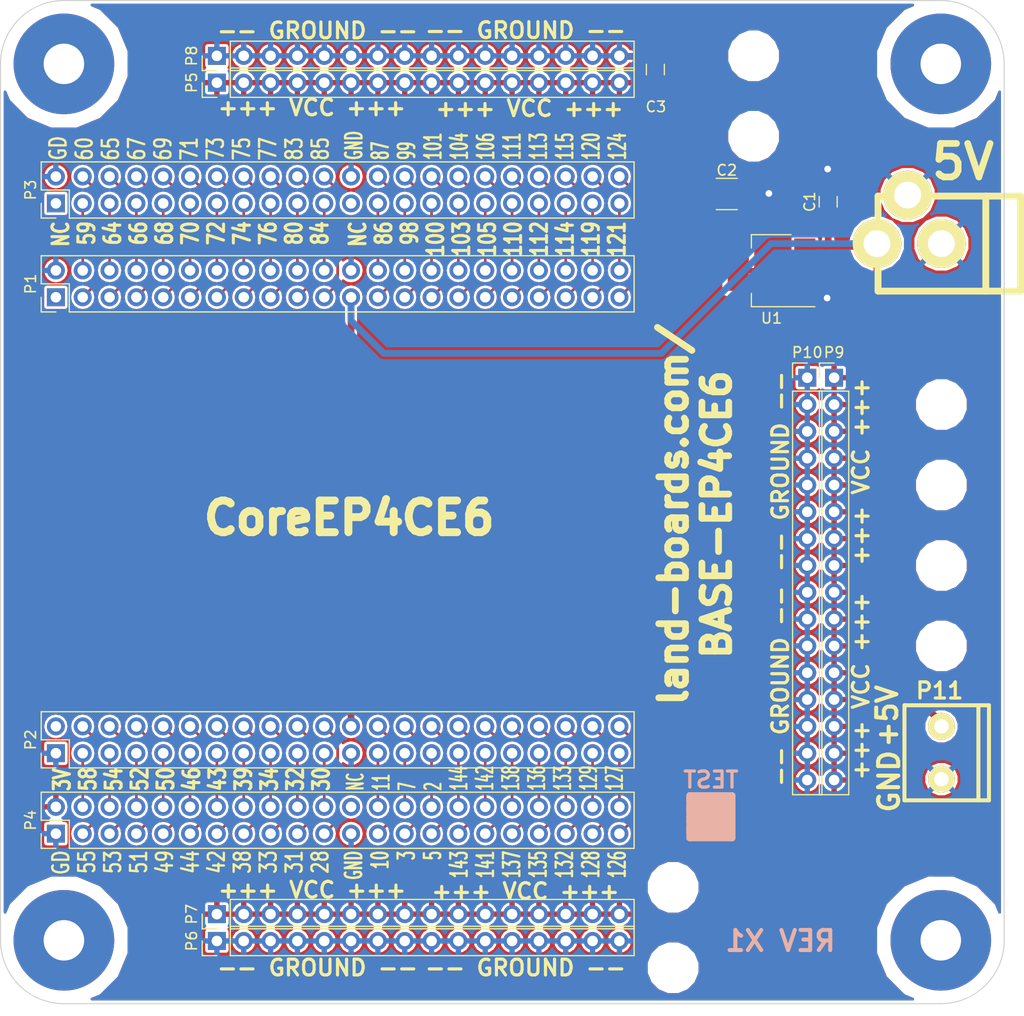
<source format=kicad_pcb>
(kicad_pcb (version 4) (host pcbnew 4.0.5)
  (title_block (title OptoIn8-I2C) (rev X1) (company land-boards.com))
  (layers (0 F.Cu signal) (31 B.Cu signal) (36 B.SilkS user) (37 F.SilkS user) (38 B.Mask user) (39 F.Mask user) (44 Edge.Cuts user))
  (net 0 "")
  (net 1 +5V)
  (net 2 GND)
  (net 3 +3V3)
  (net 4 /P59)
  (net 5 /P60)
  (net 6 /P64)
  (net 7 /P65)
  (net 8 /P66)
  (net 9 /P67)
  (net 10 /P68)
  (net 11 /P69)
  (net 12 /P70)
  (net 13 /P71)
  (net 14 /P72)
  (net 15 /P73)
  (net 16 /P74)
  (net 17 /P75)
  (net 18 /P76)
  (net 19 /P77)
  (net 20 /P80)
  (net 21 /P83)
  (net 22 /P84)
  (net 23 /P85)
  (net 24 /P86)
  (net 25 /P87)
  (net 26 /P98)
  (net 27 /P99)
  (net 28 /P100)
  (net 29 /P101)
  (net 30 /P103)
  (net 31 /P104)
  (net 32 /P105)
  (net 33 /P106)
  (net 34 /P110)
  (net 35 /P111)
  (net 36 /P112)
  (net 37 /P113)
  (net 38 /P114)
  (net 39 /P115)
  (net 40 /P119)
  (net 41 /P120)
  (net 42 /P121)
  (net 43 /P124)
  (net 44 /P55)
  (net 45 /P58)
  (net 46 /P53)
  (net 47 /P54)
  (net 48 /P51)
  (net 49 /P52)
  (net 50 /P49)
  (net 51 /P50)
  (net 52 /P44)
  (net 53 /P46)
  (net 54 /P42)
  (net 55 /P43)
  (net 56 /P38)
  (net 57 /P39)
  (net 58 /P33)
  (net 59 /P34)
  (net 60 /P31)
  (net 61 /P32)
  (net 62 /P28)
  (net 63 /P30)
  (net 64 /P10)
  (net 65 /P11)
  (net 66 /P3)
  (net 67 /P7)
  (net 68 /P5)
  (net 69 /P2)
  (net 70 /P143)
  (net 71 /P144)
  (net 72 /P141)
  (net 73 /P142)
  (net 74 /P137)
  (net 75 /P138)
  (net 76 /P135)
  (net 77 /P136)
  (net 78 /P132)
  (net 79 /P133)
  (net 80 /P128)
  (net 81 /P129)
  (net 82 /P126)
  (net 83 /P127)
  (module LandBoards_MountHoles:MTG-6-32 (layer F.Cu) (at 16 16)
    (fp_text reference MTG1 hide)
    (fp_text value MTG_HOLE hide)
    (pad 1 thru_hole circle (at 0 0) (size 9.525 9.525) (drill 3.8354) (layers *.Cu *.Mask) (clearance 1.27))
  )
  (module LandBoards_MountHoles:MTG-6-32 (layer F.Cu) (at 99 16)
    (fp_text reference MTG2 hide)
    (fp_text value MTG_HOLE hide)
    (pad 1 thru_hole circle (at 0 0) (size 9.525 9.525) (drill 3.8354) (layers *.Cu *.Mask) (clearance 1.27))
  )
  (module LandBoards_MountHoles:MTG-6-32 (layer F.Cu) (at 16 99)
    (fp_text reference MTG3 hide)
    (fp_text value MTG_HOLE hide)
    (pad 1 thru_hole circle (at 0 0) (size 9.525 9.525) (drill 3.8354) (layers *.Cu *.Mask) (clearance 1.27))
  )
  (module LandBoards_MountHoles:MTG-6-32 (layer F.Cu) (at 99 99)
    (fp_text reference MTG?1 hide)
    (fp_text value MTG_HOLE hide)
    (pad 1 thru_hole circle (at 0 0) (size 9.525 9.525) (drill 3.8354) (layers *.Cu *.Mask) (clearance 1.27))
  )
  (module Pin_Headers:Pin_Header_Straight_1x16_Pitch2.54mm (layer F.Cu) (at 30.48 17.78 90)
    (fp_text reference P5 (at 0 -2.39 90) (layer F.SilkS))
    (fp_text value CONN_01X16 hide)
    (pad 1 thru_hole rect (at 0 0 90) (size 1.7 1.7) (drill 1) (layers *.Cu *.Mask) (net 3 +3V3))
    (pad 2 thru_hole oval (at 0 2.54 90) (size 1.7 1.7) (drill 1) (layers *.Cu *.Mask) (net 3 +3V3))
    (pad 3 thru_hole oval (at 0 5.08 90) (size 1.7 1.7) (drill 1) (layers *.Cu *.Mask) (net 3 +3V3))
    (pad 4 thru_hole oval (at 0 7.62 90) (size 1.7 1.7) (drill 1) (layers *.Cu *.Mask) (net 3 +3V3))
    (pad 5 thru_hole oval (at 0 10.16 90) (size 1.7 1.7) (drill 1) (layers *.Cu *.Mask) (net 3 +3V3))
    (pad 6 thru_hole oval (at 0 12.7 90) (size 1.7 1.7) (drill 1) (layers *.Cu *.Mask) (net 3 +3V3))
    (pad 7 thru_hole oval (at 0 15.24 90) (size 1.7 1.7) (drill 1) (layers *.Cu *.Mask) (net 3 +3V3))
    (pad 8 thru_hole oval (at 0 17.78 90) (size 1.7 1.7) (drill 1) (layers *.Cu *.Mask) (net 3 +3V3))
    (pad 9 thru_hole oval (at 0 20.32 90) (size 1.7 1.7) (drill 1) (layers *.Cu *.Mask) (net 3 +3V3))
    (pad 10 thru_hole oval (at 0 22.86 90) (size 1.7 1.7) (drill 1) (layers *.Cu *.Mask) (net 3 +3V3))
    (pad 11 thru_hole oval (at 0 25.4 90) (size 1.7 1.7) (drill 1) (layers *.Cu *.Mask) (net 3 +3V3))
    (pad 12 thru_hole oval (at 0 27.94 90) (size 1.7 1.7) (drill 1) (layers *.Cu *.Mask) (net 3 +3V3))
    (pad 13 thru_hole oval (at 0 30.48 90) (size 1.7 1.7) (drill 1) (layers *.Cu *.Mask) (net 3 +3V3))
    (pad 14 thru_hole oval (at 0 33.02 90) (size 1.7 1.7) (drill 1) (layers *.Cu *.Mask) (net 3 +3V3))
    (pad 15 thru_hole oval (at 0 35.56 90) (size 1.7 1.7) (drill 1) (layers *.Cu *.Mask) (net 3 +3V3))
    (pad 16 thru_hole oval (at 0 38.1 90) (size 1.7 1.7) (drill 1) (layers *.Cu *.Mask) (net 3 +3V3))
  )
  (module Pin_Headers:Pin_Header_Straight_1x16_Pitch2.54mm (layer F.Cu) (at 30.48 99.06 90)
    (fp_text reference P6 (at 0 -2.39 90) (layer F.SilkS))
    (fp_text value CONN_01X16 hide)
    (pad 1 thru_hole rect (at 0 0 90) (size 1.7 1.7) (drill 1) (layers *.Cu *.Mask) (net 2 GND))
    (pad 2 thru_hole oval (at 0 2.54 90) (size 1.7 1.7) (drill 1) (layers *.Cu *.Mask) (net 2 GND))
    (pad 3 thru_hole oval (at 0 5.08 90) (size 1.7 1.7) (drill 1) (layers *.Cu *.Mask) (net 2 GND))
    (pad 4 thru_hole oval (at 0 7.62 90) (size 1.7 1.7) (drill 1) (layers *.Cu *.Mask) (net 2 GND))
    (pad 5 thru_hole oval (at 0 10.16 90) (size 1.7 1.7) (drill 1) (layers *.Cu *.Mask) (net 2 GND))
    (pad 6 thru_hole oval (at 0 12.7 90) (size 1.7 1.7) (drill 1) (layers *.Cu *.Mask) (net 2 GND))
    (pad 7 thru_hole oval (at 0 15.24 90) (size 1.7 1.7) (drill 1) (layers *.Cu *.Mask) (net 2 GND))
    (pad 8 thru_hole oval (at 0 17.78 90) (size 1.7 1.7) (drill 1) (layers *.Cu *.Mask) (net 2 GND))
    (pad 9 thru_hole oval (at 0 20.32 90) (size 1.7 1.7) (drill 1) (layers *.Cu *.Mask) (net 2 GND))
    (pad 10 thru_hole oval (at 0 22.86 90) (size 1.7 1.7) (drill 1) (layers *.Cu *.Mask) (net 2 GND))
    (pad 11 thru_hole oval (at 0 25.4 90) (size 1.7 1.7) (drill 1) (layers *.Cu *.Mask) (net 2 GND))
    (pad 12 thru_hole oval (at 0 27.94 90) (size 1.7 1.7) (drill 1) (layers *.Cu *.Mask) (net 2 GND))
    (pad 13 thru_hole oval (at 0 30.48 90) (size 1.7 1.7) (drill 1) (layers *.Cu *.Mask) (net 2 GND))
    (pad 14 thru_hole oval (at 0 33.02 90) (size 1.7 1.7) (drill 1) (layers *.Cu *.Mask) (net 2 GND))
    (pad 15 thru_hole oval (at 0 35.56 90) (size 1.7 1.7) (drill 1) (layers *.Cu *.Mask) (net 2 GND))
    (pad 16 thru_hole oval (at 0 38.1 90) (size 1.7 1.7) (drill 1) (layers *.Cu *.Mask) (net 2 GND))
  )
  (module Pin_Headers:Pin_Header_Straight_1x16_Pitch2.54mm (layer F.Cu) (at 30.48 96.52 90)
    (fp_text reference P7 (at 0 -2.39 90) (layer F.SilkS))
    (fp_text value CONN_01X16 hide)
    (pad 1 thru_hole rect (at 0 0 90) (size 1.7 1.7) (drill 1) (layers *.Cu *.Mask) (net 3 +3V3))
    (pad 2 thru_hole oval (at 0 2.54 90) (size 1.7 1.7) (drill 1) (layers *.Cu *.Mask) (net 3 +3V3))
    (pad 3 thru_hole oval (at 0 5.08 90) (size 1.7 1.7) (drill 1) (layers *.Cu *.Mask) (net 3 +3V3))
    (pad 4 thru_hole oval (at 0 7.62 90) (size 1.7 1.7) (drill 1) (layers *.Cu *.Mask) (net 3 +3V3))
    (pad 5 thru_hole oval (at 0 10.16 90) (size 1.7 1.7) (drill 1) (layers *.Cu *.Mask) (net 3 +3V3))
    (pad 6 thru_hole oval (at 0 12.7 90) (size 1.7 1.7) (drill 1) (layers *.Cu *.Mask) (net 3 +3V3))
    (pad 7 thru_hole oval (at 0 15.24 90) (size 1.7 1.7) (drill 1) (layers *.Cu *.Mask) (net 3 +3V3))
    (pad 8 thru_hole oval (at 0 17.78 90) (size 1.7 1.7) (drill 1) (layers *.Cu *.Mask) (net 3 +3V3))
    (pad 9 thru_hole oval (at 0 20.32 90) (size 1.7 1.7) (drill 1) (layers *.Cu *.Mask) (net 3 +3V3))
    (pad 10 thru_hole oval (at 0 22.86 90) (size 1.7 1.7) (drill 1) (layers *.Cu *.Mask) (net 3 +3V3))
    (pad 11 thru_hole oval (at 0 25.4 90) (size 1.7 1.7) (drill 1) (layers *.Cu *.Mask) (net 3 +3V3))
    (pad 12 thru_hole oval (at 0 27.94 90) (size 1.7 1.7) (drill 1) (layers *.Cu *.Mask) (net 3 +3V3))
    (pad 13 thru_hole oval (at 0 30.48 90) (size 1.7 1.7) (drill 1) (layers *.Cu *.Mask) (net 3 +3V3))
    (pad 14 thru_hole oval (at 0 33.02 90) (size 1.7 1.7) (drill 1) (layers *.Cu *.Mask) (net 3 +3V3))
    (pad 15 thru_hole oval (at 0 35.56 90) (size 1.7 1.7) (drill 1) (layers *.Cu *.Mask) (net 3 +3V3))
    (pad 16 thru_hole oval (at 0 38.1 90) (size 1.7 1.7) (drill 1) (layers *.Cu *.Mask) (net 3 +3V3))
  )
  (module Mounting_Holes:MountingHole_4.3mm_M4 (layer F.Cu) (at 99.06 48.26)
    (fp_text reference MTG6 hide)
    (fp_text value MTG_HOLE hide)
    (pad 1 np_thru_hole circle (at 0 0) (size 4.3 4.3) (drill 4.3) (layers *.Cu *.Mask))
  )
  (module Mounting_Holes:MountingHole_4.3mm_M4 (layer F.Cu) (at 99.06 63.5)
    (fp_text reference MTG7 hide)
    (fp_text value MTG_HOLE hide)
    (pad 1 np_thru_hole circle (at 0 0) (size 4.3 4.3) (drill 4.3) (layers *.Cu *.Mask))
  )
  (module Mounting_Holes:MountingHole_4.3mm_M4 (layer F.Cu) (at 81.28 15.24)
    (fp_text reference MTG9 hide)
    (fp_text value MTG_HOLE hide)
    (pad 1 np_thru_hole circle (at 0 0) (size 4.3 4.3) (drill 4.3) (layers *.Cu *.Mask))
  )
  (module Mounting_Holes:MountingHole_4.3mm_M4 (layer F.Cu) (at 81.28 22.86)
    (fp_text reference MTG10 hide)
    (fp_text value MTG_HOLE hide)
    (pad 1 np_thru_hole circle (at 0 0) (size 4.3 4.3) (drill 4.3) (layers *.Cu *.Mask))
  )
  (module LandBoards_Conns:DCJ-NEW (layer F.Cu) (at 99.06 33.02 180)
    (fp_text reference J1 hide)
    (fp_text value DCJ0202 hide)
    (pad 2 thru_hole circle (at 0 0 180) (size 4.6 4.6) (drill 2.54) (layers *.Cu *.Mask F.SilkS) (net 2 GND))
    (pad 1 thru_hole circle (at 6.1 0 180) (size 4.6 4.6) (drill 2.54) (layers *.Cu *.Mask F.SilkS) (net 1 +5V))
    (pad 3 thru_hole circle (at 3.2 4.6 180) (size 4.6 4.6) (drill 2.54) (layers *.Cu *.Mask F.SilkS) (net 2 GND))
  )
  (module Mounting_Holes:MountingHole_4.3mm_M4 (layer F.Cu) (at 99.06 71.12)
    (fp_text reference MTG12 hide)
    (fp_text value MTG_HOLE hide)
    (pad 1 np_thru_hole circle (at 0 0) (size 4.3 4.3) (drill 4.3) (layers *.Cu *.Mask))
  )
  (module Mounting_Holes:MountingHole_4.3mm_M4 (layer F.Cu) (at 73.66 93.98)
    (fp_text reference MTG13 hide)
    (fp_text value MTG_HOLE hide)
    (pad 1 np_thru_hole circle (at 0 0) (size 4.3 4.3) (drill 4.3) (layers *.Cu *.Mask))
  )
  (module Mounting_Holes:MountingHole_4.3mm_M4 (layer F.Cu) (at 99.06 55.88)
    (fp_text reference MTG14 hide)
    (fp_text value MTG_HOLE hide)
    (pad 1 np_thru_hole circle (at 0 0) (size 4.3 4.3) (drill 4.3) (layers *.Cu *.Mask))
  )
  (module Mounting_Holes:MountingHole_4.3mm_M4 (layer F.Cu) (at 73.66 101.6)
    (fp_text reference MTG15 hide)
    (fp_text value MTG_HOLE hide)
    (pad 1 np_thru_hole circle (at 0 0) (size 4.3 4.3) (drill 4.3) (layers *.Cu *.Mask))
  )
  (module Pin_Headers:Pin_Header_Straight_2x22_Pitch2.54mm (layer F.Cu) (at 15.24 38.1 90)
    (fp_text reference P1 (at 1.27 -2.39 90) (layer F.SilkS))
    (fp_text value CONN_02X22 hide)
    (pad 1 thru_hole rect (at 0 0 90) (size 1.7 1.7) (drill 1) (layers *.Cu *.Mask))
    (pad 2 thru_hole oval (at 2.54 0 90) (size 1.7 1.7) (drill 1) (layers *.Cu *.Mask) (net 2 GND))
    (pad 3 thru_hole oval (at 0 2.54 90) (size 1.7 1.7) (drill 1) (layers *.Cu *.Mask) (net 5 /P60))
    (pad 4 thru_hole oval (at 2.54 2.54 90) (size 1.7 1.7) (drill 1) (layers *.Cu *.Mask) (net 4 /P59))
    (pad 5 thru_hole oval (at 0 5.08 90) (size 1.7 1.7) (drill 1) (layers *.Cu *.Mask) (net 7 /P65))
    (pad 6 thru_hole oval (at 2.54 5.08 90) (size 1.7 1.7) (drill 1) (layers *.Cu *.Mask) (net 6 /P64))
    (pad 7 thru_hole oval (at 0 7.62 90) (size 1.7 1.7) (drill 1) (layers *.Cu *.Mask) (net 9 /P67))
    (pad 8 thru_hole oval (at 2.54 7.62 90) (size 1.7 1.7) (drill 1) (layers *.Cu *.Mask) (net 8 /P66))
    (pad 9 thru_hole oval (at 0 10.16 90) (size 1.7 1.7) (drill 1) (layers *.Cu *.Mask) (net 11 /P69))
    (pad 10 thru_hole oval (at 2.54 10.16 90) (size 1.7 1.7) (drill 1) (layers *.Cu *.Mask) (net 10 /P68))
    (pad 11 thru_hole oval (at 0 12.7 90) (size 1.7 1.7) (drill 1) (layers *.Cu *.Mask) (net 13 /P71))
    (pad 12 thru_hole oval (at 2.54 12.7 90) (size 1.7 1.7) (drill 1) (layers *.Cu *.Mask) (net 12 /P70))
    (pad 13 thru_hole oval (at 0 15.24 90) (size 1.7 1.7) (drill 1) (layers *.Cu *.Mask) (net 15 /P73))
    (pad 14 thru_hole oval (at 2.54 15.24 90) (size 1.7 1.7) (drill 1) (layers *.Cu *.Mask) (net 14 /P72))
    (pad 15 thru_hole oval (at 0 17.78 90) (size 1.7 1.7) (drill 1) (layers *.Cu *.Mask) (net 17 /P75))
    (pad 16 thru_hole oval (at 2.54 17.78 90) (size 1.7 1.7) (drill 1) (layers *.Cu *.Mask) (net 16 /P74))
    (pad 17 thru_hole oval (at 0 20.32 90) (size 1.7 1.7) (drill 1) (layers *.Cu *.Mask) (net 19 /P77))
    (pad 18 thru_hole oval (at 2.54 20.32 90) (size 1.7 1.7) (drill 1) (layers *.Cu *.Mask) (net 18 /P76))
    (pad 19 thru_hole oval (at 0 22.86 90) (size 1.7 1.7) (drill 1) (layers *.Cu *.Mask) (net 21 /P83))
    (pad 20 thru_hole oval (at 2.54 22.86 90) (size 1.7 1.7) (drill 1) (layers *.Cu *.Mask) (net 20 /P80))
    (pad 21 thru_hole oval (at 0 25.4 90) (size 1.7 1.7) (drill 1) (layers *.Cu *.Mask) (net 23 /P85))
    (pad 22 thru_hole oval (at 2.54 25.4 90) (size 1.7 1.7) (drill 1) (layers *.Cu *.Mask) (net 22 /P84))
    (pad 23 thru_hole oval (at 0 27.94 90) (size 1.7 1.7) (drill 1) (layers *.Cu *.Mask) (net 1 +5V))
    (pad 24 thru_hole oval (at 2.54 27.94 90) (size 1.7 1.7) (drill 1) (layers *.Cu *.Mask) (net 2 GND))
    (pad 25 thru_hole oval (at 0 30.48 90) (size 1.7 1.7) (drill 1) (layers *.Cu *.Mask) (net 25 /P87))
    (pad 26 thru_hole oval (at 2.54 30.48 90) (size 1.7 1.7) (drill 1) (layers *.Cu *.Mask) (net 24 /P86))
    (pad 27 thru_hole oval (at 0 33.02 90) (size 1.7 1.7) (drill 1) (layers *.Cu *.Mask) (net 27 /P99))
    (pad 28 thru_hole oval (at 2.54 33.02 90) (size 1.7 1.7) (drill 1) (layers *.Cu *.Mask) (net 26 /P98))
    (pad 29 thru_hole oval (at 0 35.56 90) (size 1.7 1.7) (drill 1) (layers *.Cu *.Mask) (net 29 /P101))
    (pad 30 thru_hole oval (at 2.54 35.56 90) (size 1.7 1.7) (drill 1) (layers *.Cu *.Mask) (net 28 /P100))
    (pad 31 thru_hole oval (at 0 38.1 90) (size 1.7 1.7) (drill 1) (layers *.Cu *.Mask) (net 31 /P104))
    (pad 32 thru_hole oval (at 2.54 38.1 90) (size 1.7 1.7) (drill 1) (layers *.Cu *.Mask) (net 30 /P103))
    (pad 33 thru_hole oval (at 0 40.64 90) (size 1.7 1.7) (drill 1) (layers *.Cu *.Mask) (net 33 /P106))
    (pad 34 thru_hole oval (at 2.54 40.64 90) (size 1.7 1.7) (drill 1) (layers *.Cu *.Mask) (net 32 /P105))
    (pad 35 thru_hole oval (at 0 43.18 90) (size 1.7 1.7) (drill 1) (layers *.Cu *.Mask) (net 35 /P111))
    (pad 36 thru_hole oval (at 2.54 43.18 90) (size 1.7 1.7) (drill 1) (layers *.Cu *.Mask) (net 34 /P110))
    (pad 37 thru_hole oval (at 0 45.72 90) (size 1.7 1.7) (drill 1) (layers *.Cu *.Mask) (net 37 /P113))
    (pad 38 thru_hole oval (at 2.54 45.72 90) (size 1.7 1.7) (drill 1) (layers *.Cu *.Mask) (net 36 /P112))
    (pad 39 thru_hole oval (at 0 48.26 90) (size 1.7 1.7) (drill 1) (layers *.Cu *.Mask) (net 39 /P115))
    (pad 40 thru_hole oval (at 2.54 48.26 90) (size 1.7 1.7) (drill 1) (layers *.Cu *.Mask) (net 38 /P114))
    (pad 41 thru_hole oval (at 0 50.8 90) (size 1.7 1.7) (drill 1) (layers *.Cu *.Mask) (net 41 /P120))
    (pad 42 thru_hole oval (at 2.54 50.8 90) (size 1.7 1.7) (drill 1) (layers *.Cu *.Mask) (net 40 /P119))
    (pad 43 thru_hole oval (at 0 53.34 90) (size 1.7 1.7) (drill 1) (layers *.Cu *.Mask) (net 43 /P124))
    (pad 44 thru_hole oval (at 2.54 53.34 90) (size 1.7 1.7) (drill 1) (layers *.Cu *.Mask) (net 42 /P121))
  )
  (module Pin_Headers:Pin_Header_Straight_1x16_Pitch2.54mm (layer F.Cu) (at 88.9 45.72)
    (fp_text reference P9 (at 0 -2.39) (layer F.SilkS))
    (fp_text value CONN_01X16 hide)
    (pad 1 thru_hole rect (at 0 0) (size 1.7 1.7) (drill 1) (layers *.Cu *.Mask) (net 3 +3V3))
    (pad 2 thru_hole oval (at 0 2.54) (size 1.7 1.7) (drill 1) (layers *.Cu *.Mask) (net 3 +3V3))
    (pad 3 thru_hole oval (at 0 5.08) (size 1.7 1.7) (drill 1) (layers *.Cu *.Mask) (net 3 +3V3))
    (pad 4 thru_hole oval (at 0 7.62) (size 1.7 1.7) (drill 1) (layers *.Cu *.Mask) (net 3 +3V3))
    (pad 5 thru_hole oval (at 0 10.16) (size 1.7 1.7) (drill 1) (layers *.Cu *.Mask) (net 3 +3V3))
    (pad 6 thru_hole oval (at 0 12.7) (size 1.7 1.7) (drill 1) (layers *.Cu *.Mask) (net 3 +3V3))
    (pad 7 thru_hole oval (at 0 15.24) (size 1.7 1.7) (drill 1) (layers *.Cu *.Mask) (net 3 +3V3))
    (pad 8 thru_hole oval (at 0 17.78) (size 1.7 1.7) (drill 1) (layers *.Cu *.Mask) (net 3 +3V3))
    (pad 9 thru_hole oval (at 0 20.32) (size 1.7 1.7) (drill 1) (layers *.Cu *.Mask) (net 3 +3V3))
    (pad 10 thru_hole oval (at 0 22.86) (size 1.7 1.7) (drill 1) (layers *.Cu *.Mask) (net 3 +3V3))
    (pad 11 thru_hole oval (at 0 25.4) (size 1.7 1.7) (drill 1) (layers *.Cu *.Mask) (net 3 +3V3))
    (pad 12 thru_hole oval (at 0 27.94) (size 1.7 1.7) (drill 1) (layers *.Cu *.Mask) (net 3 +3V3))
    (pad 13 thru_hole oval (at 0 30.48) (size 1.7 1.7) (drill 1) (layers *.Cu *.Mask) (net 3 +3V3))
    (pad 14 thru_hole oval (at 0 33.02) (size 1.7 1.7) (drill 1) (layers *.Cu *.Mask) (net 3 +3V3))
    (pad 15 thru_hole oval (at 0 35.56) (size 1.7 1.7) (drill 1) (layers *.Cu *.Mask) (net 3 +3V3))
    (pad 16 thru_hole oval (at 0 38.1) (size 1.7 1.7) (drill 1) (layers *.Cu *.Mask) (net 3 +3V3))
  )
  (module Pin_Headers:Pin_Header_Straight_1x16_Pitch2.54mm (layer F.Cu) (at 86.36 45.72)
    (fp_text reference P10 (at 0 -2.39) (layer F.SilkS))
    (fp_text value CONN_01X16 hide)
    (pad 1 thru_hole rect (at 0 0) (size 1.7 1.7) (drill 1) (layers *.Cu *.Mask) (net 2 GND))
    (pad 2 thru_hole oval (at 0 2.54) (size 1.7 1.7) (drill 1) (layers *.Cu *.Mask) (net 2 GND))
    (pad 3 thru_hole oval (at 0 5.08) (size 1.7 1.7) (drill 1) (layers *.Cu *.Mask) (net 2 GND))
    (pad 4 thru_hole oval (at 0 7.62) (size 1.7 1.7) (drill 1) (layers *.Cu *.Mask) (net 2 GND))
    (pad 5 thru_hole oval (at 0 10.16) (size 1.7 1.7) (drill 1) (layers *.Cu *.Mask) (net 2 GND))
    (pad 6 thru_hole oval (at 0 12.7) (size 1.7 1.7) (drill 1) (layers *.Cu *.Mask) (net 2 GND))
    (pad 7 thru_hole oval (at 0 15.24) (size 1.7 1.7) (drill 1) (layers *.Cu *.Mask) (net 2 GND))
    (pad 8 thru_hole oval (at 0 17.78) (size 1.7 1.7) (drill 1) (layers *.Cu *.Mask) (net 2 GND))
    (pad 9 thru_hole oval (at 0 20.32) (size 1.7 1.7) (drill 1) (layers *.Cu *.Mask) (net 2 GND))
    (pad 10 thru_hole oval (at 0 22.86) (size 1.7 1.7) (drill 1) (layers *.Cu *.Mask) (net 2 GND))
    (pad 11 thru_hole oval (at 0 25.4) (size 1.7 1.7) (drill 1) (layers *.Cu *.Mask) (net 2 GND))
    (pad 12 thru_hole oval (at 0 27.94) (size 1.7 1.7) (drill 1) (layers *.Cu *.Mask) (net 2 GND))
    (pad 13 thru_hole oval (at 0 30.48) (size 1.7 1.7) (drill 1) (layers *.Cu *.Mask) (net 2 GND))
    (pad 14 thru_hole oval (at 0 33.02) (size 1.7 1.7) (drill 1) (layers *.Cu *.Mask) (net 2 GND))
    (pad 15 thru_hole oval (at 0 35.56) (size 1.7 1.7) (drill 1) (layers *.Cu *.Mask) (net 2 GND))
    (pad 16 thru_hole oval (at 0 38.1) (size 1.7 1.7) (drill 1) (layers *.Cu *.Mask) (net 2 GND))
  )
  (module LandBoards_Conns:TB2-5MM (layer F.Cu) (at 99.06 78.74 270)
    (fp_text reference P11 (at -3.3782 0.1778 360) (layer F.SilkS) (effects (font (thickness 0.3048))))
    (fp_text value CONN_01X02 hide)
    (pad 1 thru_hole circle (at 0 0 270) (size 2.54 2.54) (drill 1.3589) (layers *.Cu *.Mask F.SilkS) (net 1 +5V))
    (pad 2 thru_hole circle (at 5 0 270) (size 2.54 2.54) (drill 1.3589) (layers *.Cu *.Mask F.SilkS) (net 2 GND))
  )
  (module Pin_Headers:Pin_Header_Straight_2x22_Pitch2.54mm (layer F.Cu) (at 15.24 81.28 90)
    (fp_text reference P2 (at 1.27 -2.39 90) (layer F.SilkS))
    (fp_text value CONN_02X22 hide)
    (pad 1 thru_hole rect (at 0 0 90) (size 1.7 1.7) (drill 1) (layers *.Cu *.Mask) (net 2 GND))
    (pad 2 thru_hole oval (at 2.54 0 90) (size 1.7 1.7) (drill 1) (layers *.Cu *.Mask))
    (pad 3 thru_hole oval (at 0 2.54 90) (size 1.7 1.7) (drill 1) (layers *.Cu *.Mask) (net 45 /P58))
    (pad 4 thru_hole oval (at 2.54 2.54 90) (size 1.7 1.7) (drill 1) (layers *.Cu *.Mask) (net 44 /P55))
    (pad 5 thru_hole oval (at 0 5.08 90) (size 1.7 1.7) (drill 1) (layers *.Cu *.Mask) (net 47 /P54))
    (pad 6 thru_hole oval (at 2.54 5.08 90) (size 1.7 1.7) (drill 1) (layers *.Cu *.Mask) (net 46 /P53))
    (pad 7 thru_hole oval (at 0 7.62 90) (size 1.7 1.7) (drill 1) (layers *.Cu *.Mask) (net 49 /P52))
    (pad 8 thru_hole oval (at 2.54 7.62 90) (size 1.7 1.7) (drill 1) (layers *.Cu *.Mask) (net 48 /P51))
    (pad 9 thru_hole oval (at 0 10.16 90) (size 1.7 1.7) (drill 1) (layers *.Cu *.Mask) (net 51 /P50))
    (pad 10 thru_hole oval (at 2.54 10.16 90) (size 1.7 1.7) (drill 1) (layers *.Cu *.Mask) (net 50 /P49))
    (pad 11 thru_hole oval (at 0 12.7 90) (size 1.7 1.7) (drill 1) (layers *.Cu *.Mask) (net 53 /P46))
    (pad 12 thru_hole oval (at 2.54 12.7 90) (size 1.7 1.7) (drill 1) (layers *.Cu *.Mask) (net 52 /P44))
    (pad 13 thru_hole oval (at 0 15.24 90) (size 1.7 1.7) (drill 1) (layers *.Cu *.Mask) (net 55 /P43))
    (pad 14 thru_hole oval (at 2.54 15.24 90) (size 1.7 1.7) (drill 1) (layers *.Cu *.Mask) (net 54 /P42))
    (pad 15 thru_hole oval (at 0 17.78 90) (size 1.7 1.7) (drill 1) (layers *.Cu *.Mask) (net 57 /P39))
    (pad 16 thru_hole oval (at 2.54 17.78 90) (size 1.7 1.7) (drill 1) (layers *.Cu *.Mask) (net 56 /P38))
    (pad 17 thru_hole oval (at 0 20.32 90) (size 1.7 1.7) (drill 1) (layers *.Cu *.Mask) (net 59 /P34))
    (pad 18 thru_hole oval (at 2.54 20.32 90) (size 1.7 1.7) (drill 1) (layers *.Cu *.Mask) (net 58 /P33))
    (pad 19 thru_hole oval (at 0 22.86 90) (size 1.7 1.7) (drill 1) (layers *.Cu *.Mask) (net 61 /P32))
    (pad 20 thru_hole oval (at 2.54 22.86 90) (size 1.7 1.7) (drill 1) (layers *.Cu *.Mask) (net 60 /P31))
    (pad 21 thru_hole oval (at 0 25.4 90) (size 1.7 1.7) (drill 1) (layers *.Cu *.Mask) (net 63 /P30))
    (pad 22 thru_hole oval (at 2.54 25.4 90) (size 1.7 1.7) (drill 1) (layers *.Cu *.Mask) (net 62 /P28))
    (pad 23 thru_hole oval (at 0 27.94 90) (size 1.7 1.7) (drill 1) (layers *.Cu *.Mask) (net 2 GND))
    (pad 24 thru_hole oval (at 2.54 27.94 90) (size 1.7 1.7) (drill 1) (layers *.Cu *.Mask) (net 1 +5V))
    (pad 25 thru_hole oval (at 0 30.48 90) (size 1.7 1.7) (drill 1) (layers *.Cu *.Mask) (net 65 /P11))
    (pad 26 thru_hole oval (at 2.54 30.48 90) (size 1.7 1.7) (drill 1) (layers *.Cu *.Mask) (net 64 /P10))
    (pad 27 thru_hole oval (at 0 33.02 90) (size 1.7 1.7) (drill 1) (layers *.Cu *.Mask) (net 67 /P7))
    (pad 28 thru_hole oval (at 2.54 33.02 90) (size 1.7 1.7) (drill 1) (layers *.Cu *.Mask) (net 66 /P3))
    (pad 29 thru_hole oval (at 0 35.56 90) (size 1.7 1.7) (drill 1) (layers *.Cu *.Mask) (net 69 /P2))
    (pad 30 thru_hole oval (at 2.54 35.56 90) (size 1.7 1.7) (drill 1) (layers *.Cu *.Mask) (net 68 /P5))
    (pad 31 thru_hole oval (at 0 38.1 90) (size 1.7 1.7) (drill 1) (layers *.Cu *.Mask) (net 71 /P144))
    (pad 32 thru_hole oval (at 2.54 38.1 90) (size 1.7 1.7) (drill 1) (layers *.Cu *.Mask) (net 70 /P143))
    (pad 33 thru_hole oval (at 0 40.64 90) (size 1.7 1.7) (drill 1) (layers *.Cu *.Mask) (net 73 /P142))
    (pad 34 thru_hole oval (at 2.54 40.64 90) (size 1.7 1.7) (drill 1) (layers *.Cu *.Mask) (net 72 /P141))
    (pad 35 thru_hole oval (at 0 43.18 90) (size 1.7 1.7) (drill 1) (layers *.Cu *.Mask) (net 75 /P138))
    (pad 36 thru_hole oval (at 2.54 43.18 90) (size 1.7 1.7) (drill 1) (layers *.Cu *.Mask) (net 74 /P137))
    (pad 37 thru_hole oval (at 0 45.72 90) (size 1.7 1.7) (drill 1) (layers *.Cu *.Mask) (net 77 /P136))
    (pad 38 thru_hole oval (at 2.54 45.72 90) (size 1.7 1.7) (drill 1) (layers *.Cu *.Mask) (net 76 /P135))
    (pad 39 thru_hole oval (at 0 48.26 90) (size 1.7 1.7) (drill 1) (layers *.Cu *.Mask) (net 79 /P133))
    (pad 40 thru_hole oval (at 2.54 48.26 90) (size 1.7 1.7) (drill 1) (layers *.Cu *.Mask) (net 78 /P132))
    (pad 41 thru_hole oval (at 0 50.8 90) (size 1.7 1.7) (drill 1) (layers *.Cu *.Mask) (net 81 /P129))
    (pad 42 thru_hole oval (at 2.54 50.8 90) (size 1.7 1.7) (drill 1) (layers *.Cu *.Mask) (net 80 /P128))
    (pad 43 thru_hole oval (at 0 53.34 90) (size 1.7 1.7) (drill 1) (layers *.Cu *.Mask) (net 83 /P127))
    (pad 44 thru_hole oval (at 2.54 53.34 90) (size 1.7 1.7) (drill 1) (layers *.Cu *.Mask) (net 82 /P126))
  )
  (module Pin_Headers:Pin_Header_Straight_2x22_Pitch2.54mm (layer F.Cu) (at 15.24 29.21 90)
    (fp_text reference P3 (at 1.27 -2.39 90) (layer F.SilkS))
    (fp_text value CONN_02X22 hide)
    (pad 1 thru_hole rect (at 0 0 90) (size 1.7 1.7) (drill 1) (layers *.Cu *.Mask))
    (pad 2 thru_hole oval (at 2.54 0 90) (size 1.7 1.7) (drill 1) (layers *.Cu *.Mask) (net 2 GND))
    (pad 3 thru_hole oval (at 0 2.54 90) (size 1.7 1.7) (drill 1) (layers *.Cu *.Mask) (net 4 /P59))
    (pad 4 thru_hole oval (at 2.54 2.54 90) (size 1.7 1.7) (drill 1) (layers *.Cu *.Mask) (net 5 /P60))
    (pad 5 thru_hole oval (at 0 5.08 90) (size 1.7 1.7) (drill 1) (layers *.Cu *.Mask) (net 6 /P64))
    (pad 6 thru_hole oval (at 2.54 5.08 90) (size 1.7 1.7) (drill 1) (layers *.Cu *.Mask) (net 7 /P65))
    (pad 7 thru_hole oval (at 0 7.62 90) (size 1.7 1.7) (drill 1) (layers *.Cu *.Mask) (net 8 /P66))
    (pad 8 thru_hole oval (at 2.54 7.62 90) (size 1.7 1.7) (drill 1) (layers *.Cu *.Mask) (net 9 /P67))
    (pad 9 thru_hole oval (at 0 10.16 90) (size 1.7 1.7) (drill 1) (layers *.Cu *.Mask) (net 10 /P68))
    (pad 10 thru_hole oval (at 2.54 10.16 90) (size 1.7 1.7) (drill 1) (layers *.Cu *.Mask) (net 11 /P69))
    (pad 11 thru_hole oval (at 0 12.7 90) (size 1.7 1.7) (drill 1) (layers *.Cu *.Mask) (net 12 /P70))
    (pad 12 thru_hole oval (at 2.54 12.7 90) (size 1.7 1.7) (drill 1) (layers *.Cu *.Mask) (net 13 /P71))
    (pad 13 thru_hole oval (at 0 15.24 90) (size 1.7 1.7) (drill 1) (layers *.Cu *.Mask) (net 14 /P72))
    (pad 14 thru_hole oval (at 2.54 15.24 90) (size 1.7 1.7) (drill 1) (layers *.Cu *.Mask) (net 15 /P73))
    (pad 15 thru_hole oval (at 0 17.78 90) (size 1.7 1.7) (drill 1) (layers *.Cu *.Mask) (net 16 /P74))
    (pad 16 thru_hole oval (at 2.54 17.78 90) (size 1.7 1.7) (drill 1) (layers *.Cu *.Mask) (net 17 /P75))
    (pad 17 thru_hole oval (at 0 20.32 90) (size 1.7 1.7) (drill 1) (layers *.Cu *.Mask) (net 18 /P76))
    (pad 18 thru_hole oval (at 2.54 20.32 90) (size 1.7 1.7) (drill 1) (layers *.Cu *.Mask) (net 19 /P77))
    (pad 19 thru_hole oval (at 0 22.86 90) (size 1.7 1.7) (drill 1) (layers *.Cu *.Mask) (net 20 /P80))
    (pad 20 thru_hole oval (at 2.54 22.86 90) (size 1.7 1.7) (drill 1) (layers *.Cu *.Mask) (net 21 /P83))
    (pad 21 thru_hole oval (at 0 25.4 90) (size 1.7 1.7) (drill 1) (layers *.Cu *.Mask) (net 22 /P84))
    (pad 22 thru_hole oval (at 2.54 25.4 90) (size 1.7 1.7) (drill 1) (layers *.Cu *.Mask) (net 23 /P85))
    (pad 23 thru_hole oval (at 0 27.94 90) (size 1.7 1.7) (drill 1) (layers *.Cu *.Mask))
    (pad 24 thru_hole oval (at 2.54 27.94 90) (size 1.7 1.7) (drill 1) (layers *.Cu *.Mask) (net 2 GND))
    (pad 25 thru_hole oval (at 0 30.48 90) (size 1.7 1.7) (drill 1) (layers *.Cu *.Mask) (net 24 /P86))
    (pad 26 thru_hole oval (at 2.54 30.48 90) (size 1.7 1.7) (drill 1) (layers *.Cu *.Mask) (net 25 /P87))
    (pad 27 thru_hole oval (at 0 33.02 90) (size 1.7 1.7) (drill 1) (layers *.Cu *.Mask) (net 26 /P98))
    (pad 28 thru_hole oval (at 2.54 33.02 90) (size 1.7 1.7) (drill 1) (layers *.Cu *.Mask) (net 27 /P99))
    (pad 29 thru_hole oval (at 0 35.56 90) (size 1.7 1.7) (drill 1) (layers *.Cu *.Mask) (net 28 /P100))
    (pad 30 thru_hole oval (at 2.54 35.56 90) (size 1.7 1.7) (drill 1) (layers *.Cu *.Mask) (net 29 /P101))
    (pad 31 thru_hole oval (at 0 38.1 90) (size 1.7 1.7) (drill 1) (layers *.Cu *.Mask) (net 30 /P103))
    (pad 32 thru_hole oval (at 2.54 38.1 90) (size 1.7 1.7) (drill 1) (layers *.Cu *.Mask) (net 31 /P104))
    (pad 33 thru_hole oval (at 0 40.64 90) (size 1.7 1.7) (drill 1) (layers *.Cu *.Mask) (net 32 /P105))
    (pad 34 thru_hole oval (at 2.54 40.64 90) (size 1.7 1.7) (drill 1) (layers *.Cu *.Mask) (net 33 /P106))
    (pad 35 thru_hole oval (at 0 43.18 90) (size 1.7 1.7) (drill 1) (layers *.Cu *.Mask) (net 34 /P110))
    (pad 36 thru_hole oval (at 2.54 43.18 90) (size 1.7 1.7) (drill 1) (layers *.Cu *.Mask) (net 35 /P111))
    (pad 37 thru_hole oval (at 0 45.72 90) (size 1.7 1.7) (drill 1) (layers *.Cu *.Mask) (net 36 /P112))
    (pad 38 thru_hole oval (at 2.54 45.72 90) (size 1.7 1.7) (drill 1) (layers *.Cu *.Mask) (net 37 /P113))
    (pad 39 thru_hole oval (at 0 48.26 90) (size 1.7 1.7) (drill 1) (layers *.Cu *.Mask) (net 38 /P114))
    (pad 40 thru_hole oval (at 2.54 48.26 90) (size 1.7 1.7) (drill 1) (layers *.Cu *.Mask) (net 39 /P115))
    (pad 41 thru_hole oval (at 0 50.8 90) (size 1.7 1.7) (drill 1) (layers *.Cu *.Mask) (net 40 /P119))
    (pad 42 thru_hole oval (at 2.54 50.8 90) (size 1.7 1.7) (drill 1) (layers *.Cu *.Mask) (net 41 /P120))
    (pad 43 thru_hole oval (at 0 53.34 90) (size 1.7 1.7) (drill 1) (layers *.Cu *.Mask) (net 42 /P121))
    (pad 44 thru_hole oval (at 2.54 53.34 90) (size 1.7 1.7) (drill 1) (layers *.Cu *.Mask) (net 43 /P124))
  )
  (module Pin_Headers:Pin_Header_Straight_2x22_Pitch2.54mm (layer F.Cu) (at 15.24 88.9 90)
    (fp_text reference P4 (at 1.27 -2.39 90) (layer F.SilkS))
    (fp_text value CONN_02X22 hide)
    (pad 1 thru_hole rect (at 0 0 90) (size 1.7 1.7) (drill 1) (layers *.Cu *.Mask) (net 2 GND))
    (pad 2 thru_hole oval (at 2.54 0 90) (size 1.7 1.7) (drill 1) (layers *.Cu *.Mask) (net 3 +3V3))
    (pad 3 thru_hole oval (at 0 2.54 90) (size 1.7 1.7) (drill 1) (layers *.Cu *.Mask) (net 44 /P55))
    (pad 4 thru_hole oval (at 2.54 2.54 90) (size 1.7 1.7) (drill 1) (layers *.Cu *.Mask) (net 45 /P58))
    (pad 5 thru_hole oval (at 0 5.08 90) (size 1.7 1.7) (drill 1) (layers *.Cu *.Mask) (net 46 /P53))
    (pad 6 thru_hole oval (at 2.54 5.08 90) (size 1.7 1.7) (drill 1) (layers *.Cu *.Mask) (net 47 /P54))
    (pad 7 thru_hole oval (at 0 7.62 90) (size 1.7 1.7) (drill 1) (layers *.Cu *.Mask) (net 48 /P51))
    (pad 8 thru_hole oval (at 2.54 7.62 90) (size 1.7 1.7) (drill 1) (layers *.Cu *.Mask) (net 49 /P52))
    (pad 9 thru_hole oval (at 0 10.16 90) (size 1.7 1.7) (drill 1) (layers *.Cu *.Mask) (net 50 /P49))
    (pad 10 thru_hole oval (at 2.54 10.16 90) (size 1.7 1.7) (drill 1) (layers *.Cu *.Mask) (net 51 /P50))
    (pad 11 thru_hole oval (at 0 12.7 90) (size 1.7 1.7) (drill 1) (layers *.Cu *.Mask) (net 52 /P44))
    (pad 12 thru_hole oval (at 2.54 12.7 90) (size 1.7 1.7) (drill 1) (layers *.Cu *.Mask) (net 53 /P46))
    (pad 13 thru_hole oval (at 0 15.24 90) (size 1.7 1.7) (drill 1) (layers *.Cu *.Mask) (net 54 /P42))
    (pad 14 thru_hole oval (at 2.54 15.24 90) (size 1.7 1.7) (drill 1) (layers *.Cu *.Mask) (net 55 /P43))
    (pad 15 thru_hole oval (at 0 17.78 90) (size 1.7 1.7) (drill 1) (layers *.Cu *.Mask) (net 56 /P38))
    (pad 16 thru_hole oval (at 2.54 17.78 90) (size 1.7 1.7) (drill 1) (layers *.Cu *.Mask) (net 57 /P39))
    (pad 17 thru_hole oval (at 0 20.32 90) (size 1.7 1.7) (drill 1) (layers *.Cu *.Mask) (net 58 /P33))
    (pad 18 thru_hole oval (at 2.54 20.32 90) (size 1.7 1.7) (drill 1) (layers *.Cu *.Mask) (net 59 /P34))
    (pad 19 thru_hole oval (at 0 22.86 90) (size 1.7 1.7) (drill 1) (layers *.Cu *.Mask) (net 60 /P31))
    (pad 20 thru_hole oval (at 2.54 22.86 90) (size 1.7 1.7) (drill 1) (layers *.Cu *.Mask) (net 61 /P32))
    (pad 21 thru_hole oval (at 0 25.4 90) (size 1.7 1.7) (drill 1) (layers *.Cu *.Mask) (net 62 /P28))
    (pad 22 thru_hole oval (at 2.54 25.4 90) (size 1.7 1.7) (drill 1) (layers *.Cu *.Mask) (net 63 /P30))
    (pad 23 thru_hole oval (at 0 27.94 90) (size 1.7 1.7) (drill 1) (layers *.Cu *.Mask) (net 2 GND))
    (pad 24 thru_hole oval (at 2.54 27.94 90) (size 1.7 1.7) (drill 1) (layers *.Cu *.Mask))
    (pad 25 thru_hole oval (at 0 30.48 90) (size 1.7 1.7) (drill 1) (layers *.Cu *.Mask) (net 64 /P10))
    (pad 26 thru_hole oval (at 2.54 30.48 90) (size 1.7 1.7) (drill 1) (layers *.Cu *.Mask) (net 65 /P11))
    (pad 27 thru_hole oval (at 0 33.02 90) (size 1.7 1.7) (drill 1) (layers *.Cu *.Mask) (net 66 /P3))
    (pad 28 thru_hole oval (at 2.54 33.02 90) (size 1.7 1.7) (drill 1) (layers *.Cu *.Mask) (net 67 /P7))
    (pad 29 thru_hole oval (at 0 35.56 90) (size 1.7 1.7) (drill 1) (layers *.Cu *.Mask) (net 68 /P5))
    (pad 30 thru_hole oval (at 2.54 35.56 90) (size 1.7 1.7) (drill 1) (layers *.Cu *.Mask) (net 69 /P2))
    (pad 31 thru_hole oval (at 0 38.1 90) (size 1.7 1.7) (drill 1) (layers *.Cu *.Mask) (net 70 /P143))
    (pad 32 thru_hole oval (at 2.54 38.1 90) (size 1.7 1.7) (drill 1) (layers *.Cu *.Mask) (net 71 /P144))
    (pad 33 thru_hole oval (at 0 40.64 90) (size 1.7 1.7) (drill 1) (layers *.Cu *.Mask) (net 72 /P141))
    (pad 34 thru_hole oval (at 2.54 40.64 90) (size 1.7 1.7) (drill 1) (layers *.Cu *.Mask) (net 73 /P142))
    (pad 35 thru_hole oval (at 0 43.18 90) (size 1.7 1.7) (drill 1) (layers *.Cu *.Mask) (net 74 /P137))
    (pad 36 thru_hole oval (at 2.54 43.18 90) (size 1.7 1.7) (drill 1) (layers *.Cu *.Mask) (net 75 /P138))
    (pad 37 thru_hole oval (at 0 45.72 90) (size 1.7 1.7) (drill 1) (layers *.Cu *.Mask) (net 76 /P135))
    (pad 38 thru_hole oval (at 2.54 45.72 90) (size 1.7 1.7) (drill 1) (layers *.Cu *.Mask) (net 77 /P136))
    (pad 39 thru_hole oval (at 0 48.26 90) (size 1.7 1.7) (drill 1) (layers *.Cu *.Mask) (net 78 /P132))
    (pad 40 thru_hole oval (at 2.54 48.26 90) (size 1.7 1.7) (drill 1) (layers *.Cu *.Mask) (net 79 /P133))
    (pad 41 thru_hole oval (at 0 50.8 90) (size 1.7 1.7) (drill 1) (layers *.Cu *.Mask) (net 80 /P128))
    (pad 42 thru_hole oval (at 2.54 50.8 90) (size 1.7 1.7) (drill 1) (layers *.Cu *.Mask) (net 81 /P129))
    (pad 43 thru_hole oval (at 0 53.34 90) (size 1.7 1.7) (drill 1) (layers *.Cu *.Mask) (net 82 /P126))
    (pad 44 thru_hole oval (at 2.54 53.34 90) (size 1.7 1.7) (drill 1) (layers *.Cu *.Mask) (net 83 /P127))
  )
  (module Pin_Headers:Pin_Header_Straight_1x16_Pitch2.54mm (layer F.Cu) (at 30.48 15.24 90)
    (fp_text reference P8 (at 0 -2.39 90) (layer F.SilkS))
    (fp_text value CONN_01X16 hide)
    (pad 1 thru_hole rect (at 0 0 90) (size 1.7 1.7) (drill 1) (layers *.Cu *.Mask) (net 2 GND))
    (pad 2 thru_hole oval (at 0 2.54 90) (size 1.7 1.7) (drill 1) (layers *.Cu *.Mask) (net 2 GND))
    (pad 3 thru_hole oval (at 0 5.08 90) (size 1.7 1.7) (drill 1) (layers *.Cu *.Mask) (net 2 GND))
    (pad 4 thru_hole oval (at 0 7.62 90) (size 1.7 1.7) (drill 1) (layers *.Cu *.Mask) (net 2 GND))
    (pad 5 thru_hole oval (at 0 10.16 90) (size 1.7 1.7) (drill 1) (layers *.Cu *.Mask) (net 2 GND))
    (pad 6 thru_hole oval (at 0 12.7 90) (size 1.7 1.7) (drill 1) (layers *.Cu *.Mask) (net 2 GND))
    (pad 7 thru_hole oval (at 0 15.24 90) (size 1.7 1.7) (drill 1) (layers *.Cu *.Mask) (net 2 GND))
    (pad 8 thru_hole oval (at 0 17.78 90) (size 1.7 1.7) (drill 1) (layers *.Cu *.Mask) (net 2 GND))
    (pad 9 thru_hole oval (at 0 20.32 90) (size 1.7 1.7) (drill 1) (layers *.Cu *.Mask) (net 2 GND))
    (pad 10 thru_hole oval (at 0 22.86 90) (size 1.7 1.7) (drill 1) (layers *.Cu *.Mask) (net 2 GND))
    (pad 11 thru_hole oval (at 0 25.4 90) (size 1.7 1.7) (drill 1) (layers *.Cu *.Mask) (net 2 GND))
    (pad 12 thru_hole oval (at 0 27.94 90) (size 1.7 1.7) (drill 1) (layers *.Cu *.Mask) (net 2 GND))
    (pad 13 thru_hole oval (at 0 30.48 90) (size 1.7 1.7) (drill 1) (layers *.Cu *.Mask) (net 2 GND))
    (pad 14 thru_hole oval (at 0 33.02 90) (size 1.7 1.7) (drill 1) (layers *.Cu *.Mask) (net 2 GND))
    (pad 15 thru_hole oval (at 0 35.56 90) (size 1.7 1.7) (drill 1) (layers *.Cu *.Mask) (net 2 GND))
    (pad 16 thru_hole oval (at 0 38.1 90) (size 1.7 1.7) (drill 1) (layers *.Cu *.Mask) (net 2 GND))
  )
  (module Capacitors_SMD:C_0805_HandSoldering (layer F.Cu) (at 88.3412 29.0576 90)
    (fp_text reference C1 (at 0 -1.75 90) (layer F.SilkS))
    (fp_text value 0.1uF hide)
    (pad 1 smd rect (at -1.25 0 90) (size 1.5 1.25) (layers F.Cu F.Mask) (net 1 +5V))
    (pad 2 smd rect (at 1.25 0 90) (size 1.5 1.25) (layers F.Cu F.Mask) (net 2 GND))
  )
  (module Capacitors_SMD:C_1210_HandSoldering (layer F.Cu) (at 78.74 28.321)
    (fp_text reference C2 (at 0 -2.25) (layer F.SilkS))
    (fp_text value 10uF hide)
    (pad 1 smd rect (at -2 0) (size 2 2.5) (layers F.Cu F.Mask) (net 3 +3V3))
    (pad 2 smd rect (at 2 0) (size 2 2.5) (layers F.Cu F.Mask) (net 2 GND))
  )
  (module Capacitors_SMD:C_0805_HandSoldering (layer F.Cu) (at 71.9836 16.5354 90)
    (fp_text reference C3 (at -3.5306 0.0508 180) (layer F.SilkS))
    (fp_text value 0.1uF hide)
    (pad 1 smd rect (at -1.25 0 90) (size 1.5 1.25) (layers F.Cu F.Mask) (net 3 +3V3))
    (pad 2 smd rect (at 1.25 0 90) (size 1.5 1.25) (layers F.Cu F.Mask) (net 2 GND))
  )
  (module LandBoards_Marking:TEST_BLK-REAR (layer F.Cu) (at 77.2414 87.2998)
    (fp_text reference TEST (at 0 -3.5) (layer B.SilkS) (effects (font (thickness 0.3048)) (justify mirror)))
    (fp_text value COUPON hide)
  )
  (module TO_SOT_Packages_SMD:SOT-223 (layer F.Cu) (at 82.9818 35.5854 180)
    (fp_text reference U1 (at 0 -4.5 180) (layer F.SilkS))
    (fp_text value AP1117 hide)
    (pad 4 smd rect (at 3.15 0 180) (size 2 3.8) (layers F.Cu F.Mask) (net 3 +3V3))
    (pad 2 smd rect (at -3.15 0 180) (size 2 1.5) (layers F.Cu F.Mask) (net 3 +3V3))
    (pad 3 smd rect (at -3.15 2.3 180) (size 2 1.5) (layers F.Cu F.Mask) (net 1 +5V))
    (pad 1 smd rect (at -3.15 -2.3 180) (size 2 1.5) (layers F.Cu F.Mask) (net 2 GND))
  )
  (gr_text +5V (at 93.9292 77.7748 90) (layer F.SilkS) (effects (font (size 1.905 1.905) (thickness 0.381))))
  (gr_text GND (at 94.107 83.947 90) (layer F.SilkS) (effects (font (size 1.905 1.905) (thickness 0.381))))
  (gr_text CoreEP4CE6 (at 43 59) (layer F.SilkS) (effects (font (size 3 3) (thickness 0.75))))
  (gr_text "+++ VCC +++" (at 59.69 94.361) (layer F.SilkS) (effects (font (size 1.5 1.5) (thickness 0.3))))
  (gr_text "+++ VCC +++" (at 39.497 94.234) (layer F.SilkS) (effects (font (size 1.5 1.5) (thickness 0.3))))
  (gr_text 5V (at 101.092 25.273) (layer F.SilkS) (effects (font (size 3.175 3.175) (thickness 0.635))))
  (gr_text "GND\n87\n99\n101\n104\n106\n111\n113\n115\n120\n124" (at 55.9308 25.2222 90) (layer F.SilkS) (effects (font (size 1.5494 0.889) (thickness 0.22225)) (justify left)))
  (gr_text "GD\n60\n65\n67\n69\n71\n73\n75\n77\n83\n85" (at 27.8638 25.273 90) (layer F.SilkS) (effects (font (size 1.54178 1.143) (thickness 0.22225)) (justify left)))
  (gr_text "GND\n10\n3\n5\n143\n141\n137\n135\n132\n128\n126" (at 55.9054 90.3986 90) (layer F.SilkS) (effects (font (size 1.5494 0.889) (thickness 0.22225)) (justify right)))
  (gr_text "NC\n11\n7\n2\n144\n142\n138\n136\n133\n129\n127" (at 55.8546 84.9376 90) (layer F.SilkS) (effects (font (size 1.524 0.8128) (thickness 0.2032)) (justify left)))
  (gr_text "3V\n58\n54\n52\n50\n46\n43\n39\n34\n32\n30" (at 28.0924 85.0138 90) (layer F.SilkS) (effects (font (size 1.524 1.143) (thickness 0.28575)) (justify left)))
  (gr_text "NC\n86\n98\n100\n103\n105\n110\n112\n114\n119\n121" (at 56.0832 30.7594 90) (layer F.SilkS) (effects (font (size 1.524 1.143) (thickness 0.28575)) (justify right)))
  (gr_text "NC\n59\n64\n66\n68\n70\n72\n74\n76\n80\n84" (at 27.9654 30.7594 90) (layer F.SilkS) (effects (font (size 1.524 1.143) (thickness 0.28575)) (justify right)))
  (gr_text "GD\n55\n53\n51\n49\n44\n42\n38\n33\n31\n28" (at 27.9908 90.3478 90) (layer F.SilkS) (effects (font (size 1.524 1.143) (thickness 0.22225)) (justify right)))
  (gr_text "+++ VCC +++" (at 91.44 54.61 90) (layer F.SilkS) (effects (font (size 1.5 1.5) (thickness 0.3))))
  (gr_text "+++ VCC +++" (at 91.44 74.93 90) (layer F.SilkS) (effects (font (size 1.5 1.5) (thickness 0.3))))
  (gr_text "+++ VCC +++" (at 60.071 20.2184) (layer F.SilkS) (effects (font (size 1.5 1.5) (thickness 0.3))))
  (gr_text "+++ VCC +++" (at 39.4716 20.1422) (layer F.SilkS) (effects (font (size 1.5 1.5) (thickness 0.3))))
  (gr_text "-- GROUND --" (at 83.82 54.61 90) (layer F.SilkS) (effects (font (size 1.5 1.5) (thickness 0.3))))
  (gr_text "-- GROUND --" (at 83.82 74.93 90) (layer F.SilkS) (effects (font (size 1.5 1.5) (thickness 0.3))))
  (gr_text "-- GROUND --" (at 59.69 12.827) (layer F.SilkS) (effects (font (size 1.5 1.5) (thickness 0.3))))
  (gr_text "-- GROUND --" (at 59.69 101.6) (layer F.SilkS) (effects (font (size 1.5 1.5) (thickness 0.3))))
  (gr_text "-- GROUND --" (at 40.005 101.6) (layer F.SilkS) (effects (font (size 1.5 1.5) (thickness 0.3))))
  (gr_text "-- GROUND --" (at 40.005 12.8524) (layer F.SilkS) (effects (font (size 1.5 1.5) (thickness 0.3))))
  (gr_text "REV X1" (at 83.82 99.06) (layer B.SilkS) (effects (font (size 1.905 1.905) (thickness 0.381)) (justify mirror)))
  (gr_line (start 10 99) (end 10 16) (angle 90) (layer Edge.Cuts) (width 0.1))
  (gr_line (start 99 105) (end 16 105) (angle 90) (layer Edge.Cuts) (width 0.1))
  (gr_line (start 105 16) (end 105 99) (angle 90) (layer Edge.Cuts) (width 0.1))
  (gr_line (start 16 10) (end 99 10) (angle 90) (layer Edge.Cuts) (width 0.1))
  (gr_arc (start 16 99) (end 16 105) (angle 90) (layer Edge.Cuts) (width 0.1))
  (gr_arc (start 99 99) (end 105 99) (angle 90) (layer Edge.Cuts) (width 0.1))
  (gr_arc (start 99 16) (end 99 10) (angle 90) (layer Edge.Cuts) (width 0.1))
  (gr_arc (start 16 16) (end 10 16) (angle 90) (layer Edge.Cuts) (width 0.1))
  (gr_text "land-boards.com/\nBASE-EP4CE6" (at 75.7428 58.674 90) (layer F.SilkS) (effects (font (size 2.54 2.54) (thickness 0.635))))
  (segment (start 88.3412 30.3076) (end 88.3412 33.0936) (width 0.635) (layer F.Cu) (net 1))
  (segment (start 88.3412 33.0936) (end 88.1494 33.2854) (width 0.635) (layer F.Cu) (net 1))
  (segment (start 86.1318 33.2854) (end 88.1494 33.2854) (width 0.635) (layer F.Cu) (net 1))
  (segment (start 88.1494 33.2854) (end 92.6946 33.2854) (width 0.635) (layer F.Cu) (net 1))
  (segment (start 92.6946 33.2854) (end 92.96 33.02) (width 0.635) (layer F.Cu) (net 1))
  (segment (start 43.18 38.1) (end 43.18 40.3098) (width 0.635) (layer B.Cu) (net 1))
  (segment (start 82.931 33.02) (end 92.96 33.02) (width 0.635) (layer B.Cu) (net 1))
  (segment (start 72.5424 43.4086) (end 82.931 33.02) (width 0.635) (layer B.Cu) (net 1))
  (segment (start 46.2788 43.4086) (end 72.5424 43.4086) (width 0.635) (layer B.Cu) (net 1))
  (segment (start 43.18 40.3098) (end 46.2788 43.4086) (width 0.635) (layer B.Cu) (net 1))
  (segment (start 99.06 78.74) (end 99.06 78.3844) (width 0.635) (layer F.Cu) (net 1))
  (segment (start 99.06 78.3844) (end 93.98 73.3044) (width 0.635) (layer F.Cu) (net 1))
  (segment (start 93.98 73.3044) (end 93.98 41.91) (width 0.635) (layer F.Cu) (net 1))
  (segment (start 93.98 41.91) (end 93.98 39.7256) (width 0.635) (layer F.Cu) (net 1))
  (segment (start 93.98 39.7256) (end 92.96 38.7056) (width 0.635) (layer F.Cu) (net 1))
  (segment (start 92.96 38.7056) (end 92.96 33.02) (width 0.635) (layer F.Cu) (net 1))
  (segment (start 43.18 78.74) (end 43.18 41.91) (width 0.635) (layer F.Cu) (net 1))
  (segment (start 43.18 41.91) (end 43.18 38.1) (width 0.635) (layer F.Cu) (net 1))
  (segment (start 71.9836 15.2854) (end 68.6254 15.2854) (width 0.635) (layer F.Cu) (net 2))
  (segment (start 68.6254 15.2854) (end 68.58 15.24) (width 0.635) (layer F.Cu) (net 2))
  (segment (start 80.74 28.321) (end 82.677 28.321) (width 0.635) (layer F.Cu) (net 2))
  (segment (start 82.7278 28.2702) (end 82.7278 28.321) (width 0.635) (layer B.Cu) (net 2))
  (via (at 82.7278 28.2702) (size 0.889) (drill 0.635) (layers F.Cu B.Cu) (net 2))
  (segment (start 82.677 28.321) (end 82.7278 28.2702) (width 0.635) (layer F.Cu) (net 2))
  (segment (start 88.3412 27.8076) (end 88.3412 26.0096) (width 0.635) (layer F.Cu) (net 2))
  (via (at 88.2904 25.9588) (size 0.889) (drill 0.635) (layers F.Cu B.Cu) (net 2))
  (segment (start 88.3412 26.0096) (end 88.2904 25.9588) (width 0.635) (layer F.Cu) (net 2))
  (segment (start 86.1318 37.8854) (end 87.9488 37.8854) (width 0.635) (layer F.Cu) (net 2))
  (via (at 88.2396 38.1762) (size 0.889) (drill 0.635) (layers F.Cu B.Cu) (net 2))
  (segment (start 87.9488 37.8854) (end 88.2396 38.1762) (width 0.635) (layer F.Cu) (net 2))
  (segment (start 17.78 35.56) (end 17.78 29.21) (width 0.254) (layer F.Cu) (net 4))
  (segment (start 17.78 38.1) (end 19.05 36.83) (width 0.254) (layer F.Cu) (net 5))
  (segment (start 19.05 27.94) (end 17.78 26.67) (width 0.254) (layer F.Cu) (net 5))
  (segment (start 19.05 36.83) (end 19.05 27.94) (width 0.254) (layer F.Cu) (net 5))
  (segment (start 20.32 35.56) (end 20.32 29.21) (width 0.254) (layer F.Cu) (net 6))
  (segment (start 20.32 38.1) (end 21.59 36.83) (width 0.254) (layer F.Cu) (net 7))
  (segment (start 21.59 27.94) (end 20.32 26.67) (width 0.254) (layer F.Cu) (net 7))
  (segment (start 21.59 36.83) (end 21.59 27.94) (width 0.254) (layer F.Cu) (net 7))
  (segment (start 22.86 35.56) (end 22.86 29.21) (width 0.254) (layer F.Cu) (net 8))
  (segment (start 22.86 38.1) (end 24.13 36.83) (width 0.254) (layer F.Cu) (net 9))
  (segment (start 24.13 27.94) (end 22.86 26.67) (width 0.254) (layer F.Cu) (net 9))
  (segment (start 24.13 36.83) (end 24.13 27.94) (width 0.254) (layer F.Cu) (net 9))
  (segment (start 25.4 35.56) (end 25.4 29.21) (width 0.254) (layer F.Cu) (net 10))
  (segment (start 25.4 38.1) (end 26.67 36.83) (width 0.254) (layer F.Cu) (net 11))
  (segment (start 26.67 27.94) (end 25.4 26.67) (width 0.254) (layer F.Cu) (net 11))
  (segment (start 26.67 36.83) (end 26.67 27.94) (width 0.254) (layer F.Cu) (net 11))
  (segment (start 27.94 35.56) (end 27.94 29.21) (width 0.254) (layer F.Cu) (net 12))
  (segment (start 27.94 38.1) (end 29.21 36.83) (width 0.254) (layer F.Cu) (net 13))
  (segment (start 29.21 27.94) (end 27.94 26.67) (width 0.254) (layer F.Cu) (net 13))
  (segment (start 29.21 36.83) (end 29.21 27.94) (width 0.254) (layer F.Cu) (net 13))
  (segment (start 30.48 35.56) (end 30.48 29.21) (width 0.254) (layer F.Cu) (net 14))
  (segment (start 30.48 38.1) (end 31.75 36.83) (width 0.254) (layer F.Cu) (net 15))
  (segment (start 31.75 27.94) (end 30.48 26.67) (width 0.254) (layer F.Cu) (net 15))
  (segment (start 31.75 36.83) (end 31.75 27.94) (width 0.254) (layer F.Cu) (net 15))
  (segment (start 33.02 35.56) (end 33.02 29.21) (width 0.254) (layer F.Cu) (net 16))
  (segment (start 33.02 38.1) (end 34.29 36.83) (width 0.254) (layer F.Cu) (net 17))
  (segment (start 34.29 27.94) (end 33.02 26.67) (width 0.254) (layer F.Cu) (net 17))
  (segment (start 34.29 36.83) (end 34.29 27.94) (width 0.254) (layer F.Cu) (net 17))
  (segment (start 35.56 35.56) (end 35.56 29.21) (width 0.254) (layer F.Cu) (net 18))
  (segment (start 35.56 38.1) (end 36.83 36.83) (width 0.254) (layer F.Cu) (net 19))
  (segment (start 36.83 27.94) (end 35.56 26.67) (width 0.254) (layer F.Cu) (net 19))
  (segment (start 36.83 36.83) (end 36.83 27.94) (width 0.254) (layer F.Cu) (net 19))
  (segment (start 38.1 35.56) (end 38.1 29.21) (width 0.254) (layer F.Cu) (net 20))
  (segment (start 38.1 38.1) (end 39.37 36.83) (width 0.254) (layer F.Cu) (net 21))
  (segment (start 39.37 27.94) (end 38.1 26.67) (width 0.254) (layer F.Cu) (net 21))
  (segment (start 39.37 36.83) (end 39.37 27.94) (width 0.254) (layer F.Cu) (net 21))
  (segment (start 40.64 35.56) (end 40.64 29.21) (width 0.254) (layer F.Cu) (net 22))
  (segment (start 40.64 38.1) (end 41.91 36.83) (width 0.254) (layer F.Cu) (net 23))
  (segment (start 41.91 27.94) (end 40.64 26.67) (width 0.254) (layer F.Cu) (net 23))
  (segment (start 41.91 36.83) (end 41.91 27.94) (width 0.254) (layer F.Cu) (net 23))
  (segment (start 45.72 35.56) (end 45.72 29.21) (width 0.254) (layer F.Cu) (net 24))
  (segment (start 45.72 38.1) (end 46.99 36.83) (width 0.254) (layer F.Cu) (net 25))
  (segment (start 46.99 27.94) (end 45.72 26.67) (width 0.254) (layer F.Cu) (net 25))
  (segment (start 46.99 36.83) (end 46.99 27.94) (width 0.254) (layer F.Cu) (net 25))
  (segment (start 48.26 35.56) (end 48.26 29.21) (width 0.254) (layer F.Cu) (net 26))
  (segment (start 48.26 38.1) (end 49.53 36.83) (width 0.254) (layer F.Cu) (net 27))
  (segment (start 49.53 27.94) (end 48.26 26.67) (width 0.254) (layer F.Cu) (net 27))
  (segment (start 49.53 36.83) (end 49.53 27.94) (width 0.254) (layer F.Cu) (net 27))
  (segment (start 50.8 35.56) (end 50.8 29.21) (width 0.254) (layer F.Cu) (net 28))
  (segment (start 50.8 38.1) (end 52.07 36.83) (width 0.254) (layer F.Cu) (net 29))
  (segment (start 52.07 27.94) (end 50.8 26.67) (width 0.254) (layer F.Cu) (net 29))
  (segment (start 52.07 36.83) (end 52.07 27.94) (width 0.254) (layer F.Cu) (net 29))
  (segment (start 53.34 35.56) (end 53.34 29.21) (width 0.254) (layer F.Cu) (net 30))
  (segment (start 53.34 38.1) (end 54.61 36.83) (width 0.254) (layer F.Cu) (net 31))
  (segment (start 54.61 27.94) (end 53.34 26.67) (width 0.254) (layer F.Cu) (net 31))
  (segment (start 54.61 36.83) (end 54.61 27.94) (width 0.254) (layer F.Cu) (net 31))
  (segment (start 55.88 35.56) (end 55.88 29.21) (width 0.254) (layer F.Cu) (net 32))
  (segment (start 55.88 38.1) (end 57.15 36.83) (width 0.254) (layer F.Cu) (net 33))
  (segment (start 57.15 27.94) (end 55.88 26.67) (width 0.254) (layer F.Cu) (net 33))
  (segment (start 57.15 36.83) (end 57.15 27.94) (width 0.254) (layer F.Cu) (net 33))
  (segment (start 58.42 35.56) (end 58.42 29.21) (width 0.254) (layer F.Cu) (net 34))
  (segment (start 58.42 38.1) (end 59.69 36.83) (width 0.254) (layer F.Cu) (net 35))
  (segment (start 59.69 27.94) (end 58.42 26.67) (width 0.254) (layer F.Cu) (net 35))
  (segment (start 59.69 36.83) (end 59.69 27.94) (width 0.254) (layer F.Cu) (net 35))
  (segment (start 60.96 35.56) (end 60.96 29.21) (width 0.254) (layer F.Cu) (net 36))
  (segment (start 60.96 38.1) (end 62.23 36.83) (width 0.254) (layer F.Cu) (net 37))
  (segment (start 62.23 27.94) (end 60.96 26.67) (width 0.254) (layer F.Cu) (net 37))
  (segment (start 62.23 36.83) (end 62.23 27.94) (width 0.254) (layer F.Cu) (net 37))
  (segment (start 63.5 35.56) (end 63.5 29.21) (width 0.254) (layer F.Cu) (net 38))
  (segment (start 63.5 38.1) (end 64.77 36.83) (width 0.254) (layer F.Cu) (net 39))
  (segment (start 64.77 27.94) (end 63.5 26.67) (width 0.254) (layer F.Cu) (net 39))
  (segment (start 64.77 36.83) (end 64.77 27.94) (width 0.254) (layer F.Cu) (net 39))
  (segment (start 66.04 35.56) (end 66.04 29.21) (width 0.254) (layer F.Cu) (net 40))
  (segment (start 66.04 38.1) (end 67.31 36.83) (width 0.254) (layer F.Cu) (net 41))
  (segment (start 67.31 27.94) (end 66.04 26.67) (width 0.254) (layer F.Cu) (net 41))
  (segment (start 67.31 36.83) (end 67.31 27.94) (width 0.254) (layer F.Cu) (net 41))
  (segment (start 68.58 35.56) (end 68.58 29.21) (width 0.254) (layer F.Cu) (net 42))
  (segment (start 68.58 38.1) (end 69.85 36.83) (width 0.254) (layer F.Cu) (net 43))
  (segment (start 69.85 27.94) (end 68.58 26.67) (width 0.254) (layer F.Cu) (net 43))
  (segment (start 69.85 36.83) (end 69.85 27.94) (width 0.254) (layer F.Cu) (net 43))
  (segment (start 17.78 88.9) (end 19.05 87.63) (width 0.254) (layer F.Cu) (net 44))
  (segment (start 19.05 80.01) (end 17.78 78.74) (width 0.254) (layer F.Cu) (net 44))
  (segment (start 19.05 87.63) (end 19.05 80.01) (width 0.254) (layer F.Cu) (net 44))
  (segment (start 17.78 81.28) (end 17.78 86.36) (width 0.254) (layer F.Cu) (net 45))
  (segment (start 20.32 88.9) (end 21.59 87.63) (width 0.254) (layer F.Cu) (net 46))
  (segment (start 21.59 80.01) (end 20.32 78.74) (width 0.254) (layer F.Cu) (net 46))
  (segment (start 21.59 87.63) (end 21.59 80.01) (width 0.254) (layer F.Cu) (net 46))
  (segment (start 20.32 81.28) (end 20.32 86.36) (width 0.254) (layer F.Cu) (net 47))
  (segment (start 22.86 88.9) (end 24.13 87.63) (width 0.254) (layer F.Cu) (net 48))
  (segment (start 24.13 80.01) (end 22.86 78.74) (width 0.254) (layer F.Cu) (net 48))
  (segment (start 24.13 87.63) (end 24.13 80.01) (width 0.254) (layer F.Cu) (net 48))
  (segment (start 22.86 81.28) (end 22.86 86.36) (width 0.254) (layer F.Cu) (net 49))
  (segment (start 25.4 88.9) (end 26.67 87.63) (width 0.254) (layer F.Cu) (net 50))
  (segment (start 26.67 80.01) (end 25.4 78.74) (width 0.254) (layer F.Cu) (net 50))
  (segment (start 26.67 87.63) (end 26.67 80.01) (width 0.254) (layer F.Cu) (net 50))
  (segment (start 25.4 81.28) (end 25.4 86.36) (width 0.254) (layer F.Cu) (net 51))
  (segment (start 27.94 88.9) (end 29.21 87.63) (width 0.254) (layer F.Cu) (net 52))
  (segment (start 29.21 80.01) (end 27.94 78.74) (width 0.254) (layer F.Cu) (net 52))
  (segment (start 29.21 87.63) (end 29.21 80.01) (width 0.254) (layer F.Cu) (net 52))
  (segment (start 27.94 81.28) (end 27.94 86.36) (width 0.254) (layer F.Cu) (net 53))
  (segment (start 30.48 88.9) (end 31.75 87.63) (width 0.254) (layer F.Cu) (net 54))
  (segment (start 31.75 80.01) (end 30.48 78.74) (width 0.254) (layer F.Cu) (net 54))
  (segment (start 31.75 87.63) (end 31.75 80.01) (width 0.254) (layer F.Cu) (net 54))
  (segment (start 30.48 81.28) (end 30.48 86.36) (width 0.254) (layer F.Cu) (net 55))
  (segment (start 33.02 88.9) (end 34.29 87.63) (width 0.254) (layer F.Cu) (net 56))
  (segment (start 34.29 80.01) (end 33.02 78.74) (width 0.254) (layer F.Cu) (net 56))
  (segment (start 34.29 87.63) (end 34.29 80.01) (width 0.254) (layer F.Cu) (net 56))
  (segment (start 33.02 86.36) (end 33.02 81.28) (width 0.254) (layer F.Cu) (net 57))
  (segment (start 35.56 88.9) (end 36.83 87.63) (width 0.254) (layer F.Cu) (net 58))
  (segment (start 36.83 80.01) (end 35.56 78.74) (width 0.254) (layer F.Cu) (net 58))
  (segment (start 36.83 87.63) (end 36.83 80.01) (width 0.254) (layer F.Cu) (net 58))
  (segment (start 35.56 81.28) (end 35.56 86.36) (width 0.254) (layer F.Cu) (net 59))
  (segment (start 38.1 88.9) (end 39.37 87.63) (width 0.254) (layer F.Cu) (net 60))
  (segment (start 39.37 80.01) (end 38.1 78.74) (width 0.254) (layer F.Cu) (net 60))
  (segment (start 39.37 87.63) (end 39.37 80.01) (width 0.254) (layer F.Cu) (net 60))
  (segment (start 38.1 86.36) (end 38.1 81.28) (width 0.254) (layer F.Cu) (net 61))
  (segment (start 40.64 88.9) (end 41.91 87.63) (width 0.254) (layer F.Cu) (net 62))
  (segment (start 41.91 80.01) (end 40.64 78.74) (width 0.254) (layer F.Cu) (net 62))
  (segment (start 41.91 87.63) (end 41.91 80.01) (width 0.254) (layer F.Cu) (net 62))
  (segment (start 40.64 81.28) (end 40.64 86.36) (width 0.254) (layer F.Cu) (net 63))
  (segment (start 45.72 88.9) (end 46.99 87.63) (width 0.254) (layer F.Cu) (net 64))
  (segment (start 46.99 80.01) (end 45.72 78.74) (width 0.254) (layer F.Cu) (net 64))
  (segment (start 46.99 87.63) (end 46.99 80.01) (width 0.254) (layer F.Cu) (net 64))
  (segment (start 45.72 86.36) (end 45.72 81.28) (width 0.254) (layer F.Cu) (net 65))
  (segment (start 48.26 88.9) (end 49.53 87.63) (width 0.254) (layer F.Cu) (net 66))
  (segment (start 49.53 80.01) (end 48.26 78.74) (width 0.254) (layer F.Cu) (net 66))
  (segment (start 49.53 87.63) (end 49.53 80.01) (width 0.254) (layer F.Cu) (net 66))
  (segment (start 48.26 86.36) (end 48.26 81.28) (width 0.254) (layer F.Cu) (net 67))
  (segment (start 50.8 88.9) (end 52.07 87.63) (width 0.254) (layer F.Cu) (net 68))
  (segment (start 52.07 80.01) (end 50.8 78.74) (width 0.254) (layer F.Cu) (net 68))
  (segment (start 52.07 87.63) (end 52.07 80.01) (width 0.254) (layer F.Cu) (net 68))
  (segment (start 50.8 86.36) (end 50.8 81.28) (width 0.254) (layer F.Cu) (net 69))
  (segment (start 53.34 88.9) (end 54.61 87.63) (width 0.254) (layer F.Cu) (net 70))
  (segment (start 54.61 80.01) (end 53.34 78.74) (width 0.254) (layer F.Cu) (net 70))
  (segment (start 54.61 87.63) (end 54.61 80.01) (width 0.254) (layer F.Cu) (net 70))
  (segment (start 53.34 86.36) (end 53.34 81.28) (width 0.254) (layer F.Cu) (net 71))
  (segment (start 55.88 88.9) (end 57.15 87.63) (width 0.254) (layer F.Cu) (net 72))
  (segment (start 57.15 80.01) (end 55.88 78.74) (width 0.254) (layer F.Cu) (net 72))
  (segment (start 57.15 87.63) (end 57.15 80.01) (width 0.254) (layer F.Cu) (net 72))
  (segment (start 55.88 86.36) (end 55.88 81.28) (width 0.254) (layer F.Cu) (net 73))
  (segment (start 58.42 88.9) (end 59.69 87.63) (width 0.254) (layer F.Cu) (net 74))
  (segment (start 59.69 80.01) (end 58.42 78.74) (width 0.254) (layer F.Cu) (net 74))
  (segment (start 59.69 87.63) (end 59.69 80.01) (width 0.254) (layer F.Cu) (net 74))
  (segment (start 58.42 86.36) (end 58.42 81.28) (width 0.254) (layer F.Cu) (net 75))
  (segment (start 60.96 88.9) (end 62.23 87.63) (width 0.254) (layer F.Cu) (net 76))
  (segment (start 62.23 80.01) (end 60.96 78.74) (width 0.254) (layer F.Cu) (net 76))
  (segment (start 62.23 87.63) (end 62.23 80.01) (width 0.254) (layer F.Cu) (net 76))
  (segment (start 60.96 86.36) (end 60.96 81.28) (width 0.254) (layer F.Cu) (net 77))
  (segment (start 63.5 88.9) (end 64.77 87.63) (width 0.254) (layer F.Cu) (net 78))
  (segment (start 64.77 80.01) (end 63.5 78.74) (width 0.254) (layer F.Cu) (net 78))
  (segment (start 64.77 87.63) (end 64.77 80.01) (width 0.254) (layer F.Cu) (net 78))
  (segment (start 63.5 86.36) (end 63.5 81.28) (width 0.254) (layer F.Cu) (net 79))
  (segment (start 66.04 88.9) (end 67.31 87.63) (width 0.254) (layer F.Cu) (net 80))
  (segment (start 67.31 80.01) (end 66.04 78.74) (width 0.254) (layer F.Cu) (net 80))
  (segment (start 67.31 87.63) (end 67.31 80.01) (width 0.254) (layer F.Cu) (net 80))
  (segment (start 66.04 86.36) (end 66.04 81.28) (width 0.254) (layer F.Cu) (net 81))
  (segment (start 68.58 88.9) (end 69.85 87.63) (width 0.254) (layer F.Cu) (net 82))
  (segment (start 69.85 80.01) (end 68.58 78.74) (width 0.254) (layer F.Cu) (net 82))
  (segment (start 69.85 87.63) (end 69.85 80.01) (width 0.254) (layer F.Cu) (net 82))
  (segment (start 68.58 86.36) (end 68.58 81.28) (width 0.254) (layer F.Cu) (net 83))
  (zone (net 3) (net_name +3V3) (layer F.Cu) (connect_pads (clearance 0.254)) (min_thickness 0.254) (fill yes (arc_segments 16) (thermal_gap 0.508) (thermal_bridge_width 0.508))
    (polygon (pts (xy 16 10) (xy 99 10) (xy 105 16) (xy 105 99) (xy 99 105) (xy 16 105) (xy 10 97) (xy 10 15)))
  )
  (zone (net 2) (net_name GND) (layer B.Cu) (connect_pads (clearance 0.254)) (min_thickness 0.254) (fill yes (arc_segments 16) (thermal_gap 0.508) (thermal_bridge_width 0.508))
    (polygon (pts (xy 99 10) (xy 105 16) (xy 105 99) (xy 99 105) (xy 16 105) (xy 10 97) (xy 10 16) (xy 16 10) (xy 89 10)))
  )
)
</source>
